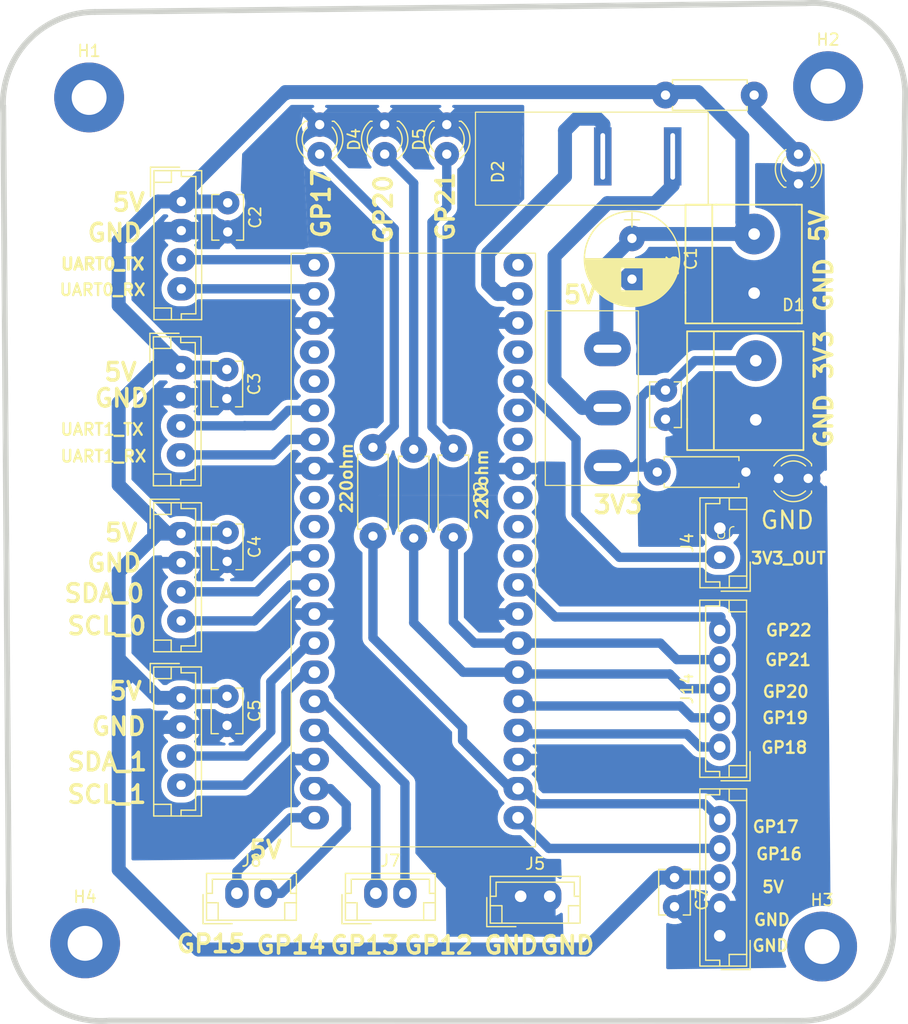
<source format=kicad_pcb>
(kicad_pcb (version 20221018) (generator pcbnew)
  (layers (0 "F.Cu" signal) (31 "B.Cu" signal) (34 "B.Paste" user) (35 "F.Paste" user) (36 "B.SilkS" user "B.Silkscreen") (37 "F.SilkS" user "F.Silkscreen") (38 "B.Mask" user) (39 "F.Mask" user) (44 "Edge.Cuts" user))
  (net 0 "")
  (net 1 "/5V")
  (net 2 "Net-(D1-A)")
  (net 3 "/D")
  (net 4 "/L")
  (net 5 "/E")
  (net 6 "/UART0_RX")
  (net 7 "/UART0_TX")
  (net 8 "/UART1_RX")
  (net 9 "/UART1_TX")
  (net 10 "/3V3_OUT")
  (net 11 "/GP22")
  (net 12 "/GP21")
  (net 13 "/GP20")
  (net 14 "/GP19")
  (net 15 "/GP18")
  (net 16 "/GP17")
  (net 17 "/GP16")
  (net 18 "/GP13")
  (net 19 "/GP12")
  (net 20 "/GP15")
  (net 21 "/GP14")
  (net 22 "/I2C0_2")
  (net 23 "/I2C1_1")
  (net 24 "/I2C1_2")
  (net 29 "/I2C0_1")
  (net 37 "/5Vin")
  (net 38 "/3V3")
  (net 39 "Net-(D3-A)")
  (net 40 "GND")
  (net 41 "/5vin")
  (footprint "MY_LIB:LED_D3.0mm" (layer "F.Cu") (at 182.95 94.15 180)
    (fp_text reference "D1" (at 1.26 14.9) (layer "F.SilkS"))
    (fp_text value "LED")
    (pad "1" thru_hole circle (at 0 0 180) (size 2.1 2.1) (drill 0.8) (layers "*.Cu" "*.Mask") (net 40 "GND"))
    (pad "2" thru_hole circle (at 2.54 0 180) (size 2.1 2.1) (drill 0.8) (layers "*.Cu" "*.Mask") (net 2 "Net-(D1-A)"))
  )
  (footprint "MY_LIB:Connector_Bornier_2" (layer "F.Cu") (at 178.446 89.114 90)
    (fp_text reference "J13" hide)
    (fp_text value "Conn_01x02_Pin" hide)
    (pad "1" thru_hole circle (at 0 0 90) (size 3.5 3.5) (drill 1) (layers "*.Cu" "*.Mask") (net 40 "GND"))
    (pad "2" thru_hole circle (at 5.08 0 90) (size 3.5 3.5) (drill 1) (layers "*.Cu" "*.Mask") (net 38 "/3V3"))
  )
  (footprint "Connector_JST:JST_EH_B5B-EH-A_1x05_P2.50mm_Vertical" (layer "F.Cu") (at 175.346 117.216 90)
    (fp_text reference "J14" (at 5 -2.8 90) (layer "F.SilkS"))
    (fp_text value "Conn_01x05_Pin" hide)
    (pad "1" thru_hole oval (at 0 0 90) (size 2.3 1.8) (drill 1) (layers "*.Cu" "*.Mask") (net 15 "/GP18"))
    (pad "2" thru_hole oval (at 2.5 0 90) (size 2.3 1.8) (drill 1) (layers "*.Cu" "*.Mask") (net 14 "/GP19"))
    (pad "3" thru_hole oval (at 5 0 90) (size 2.3 1.8) (drill 1) (layers "*.Cu" "*.Mask") (net 13 "/GP20"))
    (pad "4" thru_hole oval (at 7.5 0 90) (size 2.3 1.8) (drill 1) (layers "*.Cu" "*.Mask") (net 12 "/GP21"))
    (pad "5" thru_hole oval (at 10 0 90) (size 2.3 1.8) (drill 1) (layers "*.Cu" "*.Mask") (net 11 "/GP22"))
  )
  (footprint "MY_LIB:LED_D3.0mm" (layer "F.Cu") (at 146.558 63.754 -90)
    (fp_text reference "D5" (at 1.27 -2.96 90) (layer "F.SilkS"))
    (fp_text value "LED")
    (pad "1" thru_hole circle (at 0 0 270) (size 2.1 2.1) (drill 0.8) (layers "*.Cu" "*.Mask") (net 40 "GND"))
    (pad "2" thru_hole circle (at 2.54 0 270) (size 2.1 2.1) (drill 0.8) (layers "*.Cu" "*.Mask") (net 3 "/D"))
  )
  (footprint "MY_LIB:Resistor_small" (layer "F.Cu") (at 149.05 91.65 -90)
    (fp_text reference "R5" hide)
    (fp_text value "R" hide)
    (pad "1" thru_hole circle (at 0 0 270) (size 2.3 2.3) (drill 0.8) (layers "*.Cu" "*.Mask") (net 3 "/D"))
    (pad "2" thru_hole circle (at 7.62 0 270) (size 2.3 2.3) (drill 0.8) (layers "*.Cu" "*.Mask") (net 13 "/GP20"))
  )
  (footprint "MountingHole:MountingHole_3mm_Pad" (layer "F.Cu") (at 184.15 134.366)
    (fp_text reference "H3" (at 0 -4) (layer "F.SilkS"))
    (fp_text value "MountingHole")
    (pad "1" thru_hole circle (at 0 0) (size 6 6) (drill 3) (layers "*.Cu" "*.Mask"))
  )
  (footprint "MY_LIB:Capacitor_Disc_Small" (layer "F.Cu") (at 133.07 70.47 -90)
    (fp_text reference "C2" (at 1.25 -2.36 -90) (layer "F.SilkS"))
    (fp_text value "C")
    (pad "1" thru_hole circle (at 0 0 270) (size 2 2) (drill 0.8) (layers "*.Cu" "*.Mask") (net 1 "/5V"))
    (pad "2" thru_hole circle (at 2.5 0 270) (size 2 2) (drill 0.8) (layers "*.Cu" "*.Mask") (net 40 "GND"))
  )
  (footprint "MY_LIB:Resistor_small" (layer "F.Cu") (at 178.308 61.214 180)
    (fp_text reference "R3" hide)
    (fp_text value "R")
    (pad "1" thru_hole circle (at 0 0 180) (size 2.3 2.3) (drill 0.8) (layers "*.Cu" "*.Mask") (net 39 "Net-(D3-A)"))
    (pad "2" thru_hole circle (at 7.62 0 180) (size 2.3 2.3) (drill 0.8) (layers "*.Cu" "*.Mask") (net 1 "/5V"))
  )
  (footprint "MY_LIB:Resistor_small" (layer "F.Cu") (at 152.46 91.55 -90)
    (fp_text reference "R2" (at 3.81 -2.31 90) (layer "F.SilkS"))
    (fp_text value "R")
    (pad "1" thru_hole circle (at 0 0 270) (size 2.3 2.3) (drill 0.8) (layers "*.Cu" "*.Mask") (net 4 "/L"))
    (pad "2" thru_hole circle (at 7.62 0 270) (size 2.3 2.3) (drill 0.8) (layers "*.Cu" "*.Mask") (net 12 "/GP21"))
  )
  (footprint "MountingHole:MountingHole_3mm_Pad" (layer "F.Cu") (at 121.158 61.42)
    (fp_text reference "H1" (at 0 -4) (layer "F.SilkS"))
    (fp_text value "MountingHole")
    (pad "1" thru_hole circle (at 0 0) (size 6 6) (drill 3) (layers "*.Cu" "*.Mask"))
  )
  (footprint "Connector_JST:JST_EH_B2B-EH-A_1x02_P2.50mm_Vertical" (layer "F.Cu") (at 175.36 100.928 90)
    (fp_text reference "J4" (at 1.25 -2.8 90) (layer "F.SilkS"))
    (fp_text value "Conn_01x02_Pin" hide)
    (pad "1" thru_hole oval (at 0 0 90) (size 2 2.5) (drill oval 1) (layers "*.Cu" "*.Mask") (net 10 "/3V3_OUT"))
    (pad "2" thru_hole oval (at 2.5 0 90) (size 2 2.5) (drill 1) (layers "*.Cu" "*.Mask") (net 40 "GND"))
  )
  (footprint "MY_LIB:Capacitor_Disc_Small" (layer "F.Cu") (at 133.02 98.78 -90)
    (fp_text reference "C4" (at 1.25 -2.36 -90) (layer "F.SilkS"))
    (fp_text value "C")
    (pad "1" thru_hole circle (at 0 0 270) (size 2 2) (drill 0.8) (layers "*.Cu" "*.Mask") (net 1 "/5V"))
    (pad "2" thru_hole circle (at 2.5 0 270) (size 2 2) (drill 0.8) (layers "*.Cu" "*.Mask") (net 40 "GND"))
  )
  (footprint "MY_LIB:Resistor_small" (layer "F.Cu") (at 145.55 91.48 -90)
    (fp_text reference "R4" hide)
    (fp_text value "R")
    (pad "1" thru_hole circle (at 0 0 270) (size 2.3 2.3) (drill 0.8) (layers "*.Cu" "*.Mask") (net 5 "/E"))
    (pad "2" thru_hole circle (at 7.62 0 270) (size 2.3 2.3) (drill 0.8) (layers "*.Cu" "*.Mask") (net 16 "/GP17"))
  )
  (footprint "MountingHole:MountingHole_3mm_Pad" (layer "F.Cu") (at 184.658 60.452)
    (fp_text reference "H2" (at 0 -4) (layer "F.SilkS"))
    (fp_text value "MountingHole")
    (pad "1" thru_hole circle (at 0 0) (size 6 6) (drill 3) (layers "*.Cu" "*.Mask"))
  )
  (footprint "Connector_JST:JST_EH_B2B-EH-A_1x02_P2.50mm_Vertical" (layer "F.Cu") (at 145.796 129.794)
    (fp_text reference "J7" (at 1.25 -2.8) (layer "F.SilkS"))
    (fp_text value "Conn_01x02_Pin" hide)
    (pad "1" thru_hole oval (at 0 0) (size 2 2.5) (drill 1) (layers "*.Cu" "*.Mask") (net 18 "/GP13"))
    (pad "2" thru_hole oval (at 2.5 0) (size 2 2.5) (drill 1) (layers "*.Cu" "*.Mask") (net 19 "/GP12"))
  )
  (footprint "SWITCH:SWITCH" (layer "F.Cu") (at 175.86 98.25 180)
    (fp_text reference "J9" (at 0 -0.5 180 unlocked) (layer "F.SilkS") (effects (font (thickness 0.1))))
    (fp_text value "Conn_01x03_Pin")
    (pad "1" thru_hole oval (at 10.16 5.08 180) (size 4 3) (drill oval 2.4 0.7) (layers "*.Cu" "*.Mask") (net 38 "/3V3"))
    (pad "2" thru_hole oval (at 10.16 10.16 180) (size 4 3) (drill oval 2.4 0.7) (layers "*.Cu" "*.Mask") (net 37 "/5Vin"))
    (pad "3" thru_hole oval (at 10.16 15.24 180) (size 4 3) (drill oval 2.4 0.7) (layers "*.Cu" "*.Mask") (net 1 "/5V"))
  )
  (footprint "MY_LIB:LED_D3.0mm" (layer "F.Cu") (at 151.892 63.754 -90)
    (fp_text reference "D2" (at 4.06 -4.4 90) (layer "F.SilkS"))
    (fp_text value "LED")
    (pad "1" thru_hole circle (at 0 0 270) (size 2.1 2.1) (drill 0.8) (layers "*.Cu" "*.Mask") (net 40 "GND"))
    (pad "2" thru_hole circle (at 2.54 0 270) (size 2.1 2.1) (drill 0.8) (layers "*.Cu" "*.Mask") (net 4 "/L"))
  )
  (footprint "MY_LIB:LED_D3.0mm" (layer "F.Cu") (at 182.118 68.839 90)
    (fp_text reference "D3" hide)
    (fp_text value "LED" hide)
    (pad "1" thru_hole circle (at 0 0 90) (size 2.1 2.1) (drill 0.8) (layers "*.Cu" "*.Mask") (net 40 "GND"))
    (pad "2" thru_hole circle (at 2.54 0 90) (size 2.1 2.1) (drill 0.8) (layers "*.Cu" "*.Mask") (net 39 "Net-(D3-A)"))
  )
  (footprint "MY_LIB:Capacitor_Disc_Small" (layer "F.Cu") (at 171.464 128.444 -90)
    (fp_text reference "C7" (at 1.87 -2.35 -90) (layer "F.SilkS"))
    (fp_text value "C_Polarized_US" hide)
    (pad "1" thru_hole circle (at 0 0 270) (size 2 2) (drill 0.8) (layers "*.Cu" "*.Mask") (net 1 "/5V"))
    (pad "2" thru_hole circle (at 2.5 0 270) (size 2 2) (drill 0.8) (layers "*.Cu" "*.Mask") (net 40 "GND"))
  )
  (footprint "Connector_JST:JST_EH_B2B-EH-A_1x02_P2.50mm_Vertical" (layer "F.Cu") (at 133.858 129.794)
    (fp_text reference "J8" (at 1.25 -2.8) (layer "F.SilkS"))
    (fp_text value "Conn_01x02_Pin" hide)
    (pad "1" thru_hole oval (at 0 0) (size 2 2.5) (drill 1) (layers "*.Cu" "*.Mask") (net 20 "/GP15"))
    (pad "2" thru_hole oval (at 2.5 0) (size 2 2.5) (drill 1) (layers "*.Cu" "*.Mask") (net 21 "/GP14"))
  )
  (footprint "MY_LIB:Capacitor_Disc_Small" (layer "F.Cu") (at 170.688 89.066 90)
    (fp_text reference "C6" hide)
    (fp_text value "C_Polarized_US" hide)
    (pad "1" thru_hole circle (at 0 0 90) (size 2 2) (drill 0.8) (layers "*.Cu" "*.Mask") (net 40 "GND"))
    (pad "2" thru_hole circle (at 2.5 0 90) (size 2 2) (drill 0.8) (layers "*.Cu" "*.Mask") (net 38 "/3V3"))
  )
  (footprint "MY_LIB:jst_4" (layer "F.Cu") (at 129.06 98.89 -90)
    (fp_text reference "J11" hide)
    (fp_text value "Conn_01x04_Pin" hide)
    (pad "1" thru_hole oval (at 0 0 270) (size 2 2.4) (drill 0.8) (layers "*.Cu" "*.Mask") (net 1 "/5V"))
    (pad "2" thru_hole oval (at 2.5 0 270) (size 2 2.4) (drill 0.8) (layers "*.Cu" "*.Mask") (net 40 "GND"))
    (pad "3" thru_hole oval (at 5 0 270) (size 2 2.4) (drill 0.8) (layers "*.Cu" "*.Mask") (net 29 "/I2C0_1"))
    (pad "4" thru_hole oval (at 7.5 0 270) (size 2 2.4) (drill 0.8) (layers "*.Cu" "*.Mask") (net 22 "/I2C0_2"))
  )
  (footprint "Connector_JST:JST_EH_B5B-EH-A_1x05_P2.50mm_Vertical" (layer "F.Cu") (at 175.354 133.434 90)
    (fp_text reference "J15" hide)
    (fp_text value "Conn_01x05_Pin" hide)
    (pad "1" thru_hole oval (at 0 0 90) (size 2.3 1.8) (drill 1) (layers "*.Cu" "*.Mask") (net 40 "GND"))
    (pad "2" thru_hole oval (at 2.5 0 90) (size 2.3 1.8) (drill 1) (layers "*.Cu" "*.Mask") (net 40 "GND"))
    (pad "3" thru_hole oval (at 5 0 90) (size 2.3 1.8) (drill 1) (layers "*.Cu" "*.Mask") (net 1 "/5V"))
    (pad "4" thru_hole oval (at 7.5 0 90) (size 2.3 1.8) (drill 1) (layers "*.Cu" "*.Mask") (net 17 "/GP16"))
    (pad "5" thru_hole oval (at 10 0 90) (size 2.3 1.8) (drill 1) (layers "*.Cu" "*.Mask") (net 16 "/GP17"))
  )
  (footprint "MY_LIB:jst_4" (layer "F.Cu") (at 129.08 70.36 -90)
    (fp_text reference "J1" hide)
    (fp_text value "Conn_01x04_Pin" hide)
    (pad "1" thru_hole oval (at 0 0 270) (size 2 2.4) (drill 0.8) (layers "*.Cu" "*.Mask") (net 1 "/5V"))
    (pad "2" thru_hole oval (at 2.5 0 270) (size 2 2.4) (drill 0.8) (layers "*.Cu" "*.Mask") (net 40 "GND"))
    (pad "3" thru_hole oval (at 5 0 270) (size 2 2.4) (drill 0.8) (layers "*.Cu" "*.Mask") (net 7 "/UART0_TX"))
    (pad "4" thru_hole oval (at 7.5 0 270) (size 2 2.4) (drill 0.8) (layers "*.Cu" "*.Mask") (net 6 "/UART0_RX"))
  )
  (footprint "MY_LIB:Resistor_small" (layer "F.Cu") (at 177.6 93.6 180)
    (fp_text reference "R1" hide)
    (fp_text value "R" hide)
    (pad "1" thru_hole circle (at 0 0 180) (size 2.3 2.3) (drill 0.8) (layers "*.Cu" "*.Mask") (net 2 "Net-(D1-A)"))
    (pad "2" thru_hole circle (at 7.62 0 180) (size 2.3 2.3) (drill 0.8) (layers "*.Cu" "*.Mask") (net 38 "/3V3"))
  )
  (footprint "KD1-101F_small_switch:KD1-101F_small" (layer "F.Cu") (at 178.308 71.882 -90)
    (fp_text reference "J6" hide)
    (fp_text value "Conn_01x02_Pin")
    (pad "1" thru_hole rect (at -5.4 13.01 270) (size 5 1.5) (drill oval 4 0.4) (layers "*.Cu" "*.Mask") (net 41 "/5vin"))
    (pad "2" thru_hole rect (at -5.4 7 270) (size 5 1.5) (drill oval 4 0.4) (layers "*.Cu" "*.Mask") (net 37 "/5Vin"))
  )
  (footprint "RC_pi_pico:pi_pico" (layer "F.Cu") (at 133.02 70.8)
    (fp_text reference "U1" hide)
    (fp_text value "~")
    (pad "1" thru_hole oval (at 7.5 5) (size 2.5 2) (drill oval 1) (layers "*.Cu" "*.Mask") (net 7 "/UART0_TX"))
    (pad "2" thru_hole oval (at 7.5 7.5) (size 2.5 2) (drill oval 1) (layers "*.Cu" "*.Mask") (net 6 "/UART0_RX"))
    (pad "3" thru_hole oval (at 7.5 10) (size 2.5 2) (drill oval 1) (layers "*.Cu" "*.Mask") (net 40 "GND"))
    (pad "4" thru_hole oval (at 7.5 12.5) (size 2.5 2) (drill oval 1) (layers "*.Cu" "*.Mask"))
    (pad "5" thru_hole oval (at 7.5 15) (size 2.5 2) (drill oval 1) (layers "*.Cu" "*.Mask"))
    (pad "6" thru_hole oval (at 7.5 17.5) (size 2.5 2) (drill oval 1) (layers "*.Cu" "*.Mask") (net 9 "/UART1_TX"))
    (pad "7" thru_hole oval (at 7.5 20) (size 2.5 2) (drill oval 1) (layers "*.Cu" "*.Mask") (net 8 "/UART1_RX"))
    (pad "8" thru_hole oval (at 7.5 22.5) (size 2.5 2) (drill oval 1) (layers "*.Cu" "*.Mask") (net 40 "GND"))
    (pad "9" thru_hole oval (at 7.5 25) (size 2.5 2) (drill oval 1) (layers "*.Cu" "*.Mask"))
    (pad "10" thru_hole oval (at 7.5 27.5) (size 2.5 2) (drill oval 1) (layers "*.Cu" "*.Mask"))
    (pad "11" thru_hole oval (at 7.5 30) (size 2.5 2) (drill oval 1) (layers "*.Cu" "*.Mask") (net 29 "/I2C0_1"))
    (pad "12" thru_hole oval (at 7.5 32.5) (size 2.5 2) (drill oval 1) (layers "*.Cu" "*.Mask") (net 22 "/I2C0_2"))
    (pad "13" thru_hole oval (at 7.5 35) (size 2.5 2) (drill oval 1) (layers "*.Cu" "*.Mask") (net 40 "GND"))
    (pad "14" thru_hole oval (at 7.5 37.5) (size 2.5 2) (drill oval 1) (layers "*.Cu" "*.Mask") (net 23 "/I2C1_1"))
    (pad "15" thru_hole oval (at 7.5 40) (size 2.5 2) (drill oval 1) (layers "*.Cu" "*.Mask") (net 24 "/I2C1_2"))
    (pad "16" thru_hole oval (at 7.5 42.5) (size 2.5 2) (drill oval 1) (layers "*.Cu" "*.Mask") (net 19 "/GP12"))
    (pad "17" thru_hole oval (at 7.5 45) (size 2.5 2) (drill oval 1) (layers "*.Cu" "*.Mask") (net 18 "/GP13"))
    (pad "18" thru_hole oval (at 7.5 47.5) (size 2.5 2) (drill oval 1) (layers "*.Cu" "*.Mask") (net 40 "GND"))
    (pad "19" thru_hole oval (at 7.5 50) (size 2.5 2) (drill oval 1) (layers "*.Cu" "*.Mask") (net 21 "/GP14"))
    (pad "20" thru_hole oval (at 7.5 52.5) (size 2.5 2) (drill oval 1) (layers "*.Cu" "*.Mask") (net 20 "/GP15"))
    (pad "21" thru_hole oval (at 25 52.5) (size 2.5 2) (drill oval 1) (layers "*.Cu" "*.Mask") (net 17 "/GP16"))
    (pad "22" thru_hole oval (at 25 50) (size 2.5 2) (drill oval 1) (layers "*.Cu" "*.Mask") (net 16 "/GP17"))
    (pad "23" thru_hole oval (at 25 47.5) (size 2.5 2) (drill oval 1) (layers "*.Cu" "*.Mask") (net 40 "GND"))
    (pad "24" thru_hole oval (at 25 45) (size 2.5 2) (drill oval 1) (layers "*.Cu" "*.Mask") (net 15 "/GP18"))
    (pad "25" thru_hole oval (at 25 42.5) (size 2.5 2) (drill oval 1) (layers "*.Cu" "*.Mask") (net 14 "/GP19"))
    (pad "26" thru_hole oval (at 25 40) (size 2.5 2) (drill oval 1) (layers "*.Cu" "*.Mask") (net 13 "/GP20"))
    (pad "27" thru_hole oval (at 25 37.5) (size 2.5 2) (drill oval 1) (layers "*.Cu" "*.Mask") (net 12 "/GP21"))
    (pad "28" thru_hole oval (at 25 35) (size 2.5 2) (drill oval 1) (layers "*.Cu" "*.Mask") (net 40 "GND"))
    (pad "29" thru_hole oval (at 25 32.5) (size 2.5 2) (drill oval 1) (layers "*.Cu" "*.Mask") (net 11 "/GP22"))
    (pad "30" thru_hole oval (at 25 30) (size 2.5 2) (drill oval 1) (layers "*.Cu" "*.Mask"))
    (pad "31" thru_hole oval (at 25 27.5) (size 2.5 2) (drill oval 1) (layers "*.Cu" "*.Mask"))
    (pad "32" thru_hole oval (at 25 25) (size 2.5 2) (drill oval 1) (layers "*.Cu" "*.Mask"))
    (pad "33" thru_hole oval (at 25 22.5) (size 2.5 2) (drill oval 1) (layers "*.Cu" "*.Mask") (net 40 "GND"))
    (pad "34" thru_hole oval (at 25 20) (size 2.5 2) (drill oval 1) (layers "*.Cu" "*.Mask"))
    (pad "35" thru_hole oval (at 25 17.5) (size 2.5 2) (drill oval 1) (layers "*.Cu" "*.Mask"))
    (pad "36" thru_hole oval (at 25 15) (size 2.5 2) (drill oval 1) (layers "*.Cu" "*.Mask") (net 10 "/3V3_OUT"))
    (pad "37" thru_hole oval (at 25 12.5) (size 2.5 2) (drill oval 1) (layers "*.Cu" "*.Mask"))
    (pad "38" thru_hole oval (at 25 10) (size 2.5 2) (drill oval 1) (layers "*.Cu" "*.Mask") (net 40 "GND"))
    (pad "39" thru_hole oval (at 25 7.5) (size 2.5 2) (drill oval 1) (layers "*.Cu" "*.Mask") (net 41 "/5vin"))
    (pad "40" thru_hole oval (at 25 5) (size 2.5 2) (drill oval 1) (layers "*.Cu" "*.Mask"))
  )
  (footprint "MY_LIB:jst_4" (layer "F.Cu") (at 129.06 113 -90)
    (fp_text reference "J12" hide)
    (fp_text value "Conn_01x04_Pin" hide)
    (pad "1" thru_hole oval (at 0 0 270) (size 2 2.4) (drill 0.8) (layers "*.Cu" "*.Mask") (net 1 "/5V"))
    (pad "2" thru_hole oval (at 2.5 0 270) (size 2 2.4) (drill 0.8) (layers "*.Cu" "*.Mask") (net 40 "GND"))
    (pad "3" thru_hole oval (at 5 0 270) (size 2 2.4) (drill 0.8) (layers "*.Cu" "*.Mask") (net 23 "/I2C1_1"))
    (pad "4" thru_hole oval (at 7.5 0 270) (size 2 2.4) (drill 0.8) (layers "*.Cu" "*.Mask") (net 24 "/I2C1_2"))
  )
  (footprint "MY_LIB:jst_4" (layer "F.Cu") (at 129.03 84.63 -90)
    (fp_text reference "J2" hide)
    (fp_text value "Conn_01x04_Pin" hide)
    (pad "1" thru_hole oval (at 0 0 270) (size 2 2.4) (drill 0.8) (layers "*.Cu" "*.Mask") (net 1 "/5V"))
    (pad "2" thru_hole oval (at 2.5 0 270) (size 2 2.4) (drill 0.8) (layers "*.Cu" "*.Mask") (net 40 "GND"))
    (pad "3" thru_hole oval (at 5 0 270) (size 2 2.4) (drill 0.8) (layers "*.Cu" "*.Mask") (net 9 "/UART1_TX"))
    (pad "4" thru_hole oval (at 7.5 0 270) (size 2 2.4) (drill 0.8) (layers "*.Cu" "*.Mask") (net 8 "/UART1_RX"))
  )
  (footprint "MY_LIB:Capacitor_100uF" (layer "F.Cu") (at 167.808 73.532 -90)
    (fp_text reference "C1" (at 1.75 -5.06 -90) (layer "F.SilkS"))
    (fp_text value "C_Polarized_US" hide)
    (pad "1" thru_hole circle (at 0 0 270) (size 2.2 2.2) (drill 0.8) (layers "*.Cu" "*.Mask") (net 1 "/5V"))
    (pad "2" thru_hole circle (at 3.5 0 270) (size 2.2 2.2) (drill 0.8) (layers "*.Cu" "*.Mask") (net 40 "GND"))
  )
  (footprint "Connector_JST:JST_EH_B2B-EH-A_1x02_P2.50mm_Vertical" (layer "F.Cu") (at 158.242 130.048)
    (fp_text reference "J5" (at 1.25 -2.8) (layer "F.SilkS"))
    (fp_text value "Conn_01x02_Pin" hide)
    (pad "1" thru_hole oval (at 0 0) (size 2 2.5) (drill 1) (layers "*.Cu" "*.Mask") (net 40 "GND"))
    (pad "2" thru_hole oval (at 2.5 0) (size 2 2.5) (drill 1) (layers "*.Cu" "*.Mask") (net 40 "GND"))
  )
  (footprint "MY_LIB:Capacitor_Disc_Small" (layer "F.Cu") (at 133.01 112.87 -90)
    (fp_text reference "C5" (at 1.25 -2.36 -90) (layer "F.SilkS"))
    (fp_text value "C")
    (pad "1" thru_hole circle (at 0 0 270) (size 2 2) (drill 0.8) (layers "*.Cu" "*.Mask") (net 1 "/5V"))
    (pad "2" thru_hole circle (at 2.5 0 270) (size 2 2) (drill 0.8) (layers "*.Cu" "*.Mask") (net 40 "GND"))
  )
  (footprint "MY_LIB:LED_D3.0mm" (layer "F.Cu") (at 140.97 63.754 -90)
    (fp_text reference "D4" (at 1.27 -2.96 90) (layer "F.SilkS"))
    (fp_text value "LED")
    (pad "1" thru_hole circle (at 0 0 270) (size 2.1 2.1) (drill 0.8) (layers "*.Cu" "*.Mask") (net 40 "GND"))
    (pad "2" thru_hole circle (at 2.54 0 270) (size 2.1 2.1) (drill 0.8) (layers "*.Cu" "*.Mask") (net 5 "/E"))
  )
  (footprint "MY_LIB:Connector_Bornier_2" (layer "F.Cu") (at 178.308 78.232 90)
    (fp_text reference "J3" (at 2.4 -7 90) (layer "F.SilkS"))
    (fp_text value "Conn_01x02_Pin" hide)
    (pad "1" thru_hole circle (at 0 0 90) (size 3.5 3.5) (drill 1) (layers "*.Cu" "*.Mask") (net 40 "GND"))
    (pad "2" thru_hole circle (at 5.08 0 90) (size 3.5 3.5) (drill 1) (layers "*.Cu" "*.Mask") (net 1 "/5V"))
  )
  (footprint "MY_LIB:Capacitor_Disc_Small" (layer "F.Cu") (at 132.99 84.79 -90)
    (fp_text reference "C3" (at 1.25 -2.36 -90) (layer "F.SilkS"))
    (fp_text value "C")
    (pad "1" thru_hole circle (at 0 0 270) (size 2 2) (drill 0.8) (layers "*.Cu" "*.Mask") (net 1 "/5V"))
    (pad "2" thru_hole circle (at 2.5 0 270) (size 2 2) (drill 0.8) (layers "*.Cu" "*.Mask") (net 40 "GND"))
  )
  (footprint "MountingHole:MountingHole_3mm_Pad" (layer "F.Cu") (at 120.81 134.09)
    (fp_text reference "H4" (at 0 -4) (layer "F.SilkS"))
    (fp_text value "MountingHole")
    (pad "1" thru_hole circle (at 0 0) (size 6 6) (drill 3) (layers "*.Cu" "*.Mask"))
  )
  (gr_arc (start 190.258015 132.145189) (mid 188.214 138.176) (end 182.385896 140.74152) (stroke (width 0.5)) (layer "Edge.Cuts"))
  (gr_line (start 113.779985 62.164811) (end 114.27448 132.855896) (stroke (width 0.5)) (layer "Edge.Cuts"))
  (gr_line (start 191.28752 60.692104) (end 190.258015 132.145189) (stroke (width 0.5)) (layer "Edge.Cuts"))
  (gr_line (start 121.652104 54.07648) (end 182.691189 53.327985) (stroke (width 0.5)) (layer "Edge.Cuts"))
  (gr_line (start 122.870811 140.728015) (end 182.385896 140.74152) (stroke (width 0.5)) (layer "Edge.Cuts"))
  (gr_arc (start 113.779985 62.672811) (mid 115.824 56.642) (end 121.652104 54.07648) (stroke (width 0.5)) (layer "Edge.Cuts"))
  (gr_arc (start 182.691189 53.327985) (mid 188.722 55.372) (end 191.28752 61.200104) (stroke (width 0.5)) (layer "Edge.Cuts"))
  (gr_arc (start 122.870811 140.728015) (mid 116.84 138.684) (end 114.27448 132.855896) (stroke (width 0.5)) (layer "Edge.Cuts"))
  (gr_text "GP20" (at 147.32 74.168 90) (layer "F.SilkS") (effects (font (size 1.5 1.5) (thickness 0.3) bold) (justify left bottom)))
  (gr_text "SDA_0" (at 118.872 104.902) (layer "F.SilkS") (effects (font (size 1.5 1.5) (thickness 0.3) bold) (justify left bottom)))
  (gr_text "5V" (at 178.894 129.834) (layer "F.SilkS") (effects (font (size 1 1) (thickness 0.2) bold) (justify left bottom)))
  (gr_text "GP22\n" (at 179.196 107.776) (layer "F.SilkS") (effects (font (size 1 1) (thickness 0.2) bold) (justify left bottom)))
  (gr_text "5V" (at 134.76 126.93) (layer "F.SilkS") (effects (font (size 1.5 1.5) (thickness 0.3) bold) (justify left bottom)))
  (gr_text "5V\n" (at 184.766 74.01 90) (layer "F.SilkS") (effects (font (size 1.5 1.5) (thickness 0.3) bold) (justify left bottom)))
  (gr_text "GND" (at 185.166 91.694 90) (layer "F.SilkS") (effects (font (size 1.5 1.5) (thickness 0.3) bold) (justify left bottom)))
  (gr_text "GP20\n" (at 178.936 113.056) (layer "F.SilkS") (effects (font (size 1 1) (thickness 0.2) bold) (justify left bottom)))
  (gr_text "UART0_RX\n" (at 118.51 78.53) (layer "F.SilkS") (effects (font (size 1 1) (thickness 0.2) bold) (justify left bottom)))
  (gr_text "GND" (at 154.94 135.128) (layer "F.SilkS") (effects (font (size 1.5 1.5) (thickness 0.3) bold) (justify left bottom)))
  (gr_text "220ohm" (at 143.87 97.27 90) (layer "F.SilkS") (effects (font (size 1 1) (thickness 0.2) bold) (justify left bottom)))
  (gr_text "GND\n" (at 121.48 88.13) (layer "F.SilkS") (effects (font (size 1.5 1.5) (thickness 0.3) bold) (justify left bottom)))
  (gr_text "5V\n" (at 123 71.31) (layer "F.SilkS") (effects (font (size 1.5 1.5) (thickness 0.3) bold) (justify left bottom)))
  (gr_text "5V" (at 161.798 79.248) (layer "F.SilkS") (effects (font (size 1.5 1.5) (thickness 0.3) bold) (justify left bottom)))
  (gr_text "GND" (at 159.766 135.128) (layer "F.SilkS") (effects (font (size 1.5 1.5) (thickness 0.3) bold) (justify left bottom)))
  (gr_text "UART0_TX\n" (at 118.61 76.32) (layer "F.SilkS") (effects (font (size 1 1) (thickness 0.25) bold) (justify left bottom)))
  (gr_text "SCL_0\n" (at 119.126 107.696) (layer "F.SilkS") (effects (font (size 1.5 1.5) (thickness 0.3) bold) (justify left bottom)))
  (gr_text "GND\n" (at 120.87 73.93) (layer "F.SilkS") (effects (font (size 1.5 1.5) (thickness 0.3) bold) (justify left bottom)))
  (gr_text "GP16\n" (at 178.364 127.004) (layer "F.SilkS") (effects (font (size 1 1) (thickness 0.2) bold) (justify left bottom)))
  (gr_text "GP13\n\n\n" (at 141.732 139.954) (layer "F.SilkS") (effects (font (size 1.5 1.5) (thickness 0.3) bold) (justify left bottom)))
  (gr_text "GND" (at 178.74 98.608) (layer "F.SilkS") (effects (font (size 1.5 1.5) (thickness 0.2) bold) (justify left bottom)))
  (gr_text "GND" (at 178.054 134.874) (layer "F.SilkS") (effects (font (size 1 1) (thickness 0.2) bold) (justify left bottom)))
  (gr_text "GP21\n" (at 152.654 73.914 90) (layer "F.SilkS") (effects (font (size 1.5 1.5) (thickness 0.3) bold) (justify left bottom)))
  (gr_text "GND\n" (at 121.22 116.34) (layer "F.SilkS") (effects (font (size 1.5 1.5) (thickness 0.3) bold) (justify left bottom)))
  (gr_text "GP15\n\n" (at 128.524 137.414) (layer "F.SilkS") (effects (font (size 1.5 1.5) (thickness 0.3) bold) (justify left bottom)))
  (gr_text "GND" (at 178.174 132.654) (layer "F.SilkS") (effects (font (size 1 1) (thickness 0.2) bold) (justify left bottom)))
  (gr_text "UART1_RX\n" (at 118.59 92.83) (layer "F.SilkS") (effects (font (size 1 1) (thickness 0.2) bold) (justify left bottom)))
  (gr_text "5V\n" (at 122.3 85.89) (layer "F.SilkS") (effects (font (size 1.5 1.5) (thickness 0.3) bold) (justify left bottom)))
  (gr_text "GND" (at 185.166 80.01 90) (layer "F.SilkS") (effects (font (size 1.5 1.5) (thickness 0.3) bold) (justify left bottom)))
  (gr_text "UART1_TX\n" (at 118.59 90.53) (layer "F.SilkS") (effects (font (size 1 1) (thickness 0.2) bold) (justify left bottom)))
  (gr_text "GP19\n" (at 178.886 115.306) (layer "F.SilkS") (effects (font (size 1 1) (thickness 0.2) bold) (justify left bottom)))
  (gr_text "3V3_OUT" (at 177.93 101.588) (layer "F.SilkS") (effects (font (size 1 1) (thickness 0.2) bold) (justify left bottom)))
  (gr_text "GP14\n\n\n" (at 135.382 139.954) (layer "F.SilkS") (effects (font (size 1.5 1.5) (thickness 0.3) bold) (justify left bottom)))
  (gr_text "GND\n" (at 120.84 102.29) (layer "F.SilkS") (effects (font (size 1.5 1.5) (thickness 0.3) bold) (justify left bottom)))
  (gr_text "GP12\n" (at 148.082 135.128) (layer "F.SilkS") (effects (font (size 1.5 1.5) (thickness 0.3) bold) (justify left bottom)))
  (gr_text "GP18\n" (at 178.816 117.856) (layer "F.SilkS") (effects (font (size 1 1) (thickness 0.2) bold) (justify left bottom)))
  (gr_text "3V3\n" (at 185.166 85.784 90) (layer "F.SilkS") (effects (font (size 1.5 1.5) (thickness 0.3) bold) (justify left bottom)))
  (gr_text "GP17" (at 178.074 124.664) (layer "F.SilkS") (effects (font (size 1 1) (thickness 0.2) bold) (justify left bottom)))
  (gr_text "5V\n" (at 122.74 113.3) (layer "F.SilkS") (effects (font (size 1.5 1.5) (thickness 0.3) bold) (justify left bottom)))
  (gr_text "SCL_1" (at 119.126 122.174) (layer "F.SilkS") (effects (font (size 1.5 1.5) (thickness 0.3) bold) (justify left bottom)))
  (gr_text "SDA_1\n" (at 119.126 119.38) (layer "F.SilkS") (effects (font (size 1.5 1.5) (thickness 0.3) bold) (justify left bottom)))
  (gr_text "3V3" (at 164.338 97.282) (layer "F.SilkS") (effects (font (size 1.5 1.5) (thickness 0.3) bold) (justify left bottom)))
  (gr_text "GP21\n\n" (at 179.136 111.936) (layer "F.SilkS") (effects (font (size 1 1) (thickness 0.2) bold) (justify left bottom)))
  (gr_text "GP17" (at 141.986 73.66 90) (layer "F.SilkS") (effects (font (size 1.5 1.5) (thickness 0.3) bold) (justify left bottom)))
  (gr_text "5V\n" (at 122.36 99.7) (layer "F.SilkS") (effects (font (size 1.5 1.5) (thickness 0.3) bold) (justify left bottom)))
  (gr_text "220ohm" (at 155.5 97.81 90) (layer "F.SilkS") (effects (font (size 1 1) (thickness 0.2) bold) (justify left bottom)))
  (segment (start 124.206 111.506) (end 124.886 110.826) (width 1.2) (layer "B.Cu") (net 1))
  (segment (start 127.38 113) (end 127.06 113) (width 0.8) (layer "B.Cu") (net 1))
  (segment (start 123.698 94.718) (end 126.545 97.565) (width 1.2) (layer "B.Cu") (net 1))
  (segment (start 130.556 134.62) (end 163.873787 134.62) (width 1.2) (layer "B.Cu") (net 1))
  (segment (start 130.16 69.78) (end 130 69.78) (width 0.8) (layer "B.Cu") (net 1))
  (segment (start 127.8 83.4) (end 129.03 84.63) (width 1.2) (layer "B.Cu") (net 1))
  (segment (start 123.698 127.762) (end 130.556 134.62) (width 1.2) (layer "B.Cu") (net 1))
  (segment (start 132.96 70.36) (end 133.07 70.47) (width 1.2) (layer "B.Cu") (net 1))
  (segment (start 126.74 84.63) (end 123.698 87.672) (width 1.2) (layer "B.Cu") (net 1))
  (segment (start 123.698 109.638) (end 124.886 110.826) (width 1.2) (layer "B.Cu") (net 1))
  (segment (start 129.06 98.89) (end 127.06 98.89) (width 1.2) (layer "B.Cu") (net 1))
  (segment (start 123.698 87.672) (end 123.698 94.718) (width 1.2) (layer "B.Cu") (net 1))
  (segment (start 165.608 75.732) (end 165.608 81.428) (width 1.2) (layer "B.Cu") (net 1))
  (segment (start 123.698 111.506) (end 124.206 111.506) (width 1.2) (layer "B.Cu") (net 1))
  (segment (start 171.474 128.434) (end 171.464 128.444) (width 1.2) (layer "B.Cu") (net 1))
  (segment (start 126.545 97.565) (end 126.545 99.405) (width 0.8) (layer "B.Cu") (net 1))
  (segment (start 123.698 102.172) (end 123.698 109.638) (width 1.2) (layer "B.Cu") (net 1))
  (segment (start 126.395 99.475) (end 123.698 102.172) (width 1.2) (layer "B.Cu") (net 1))
  (segment (start 133.01 112.87) (end 129.53 112.87) (width 0.8) (layer "B.Cu") (net 1))
  (segment (start 132.83 84.63) (end 132.99 84.79) (width 1.2) (layer "B.Cu") (net 1))
  (segment (start 130.41 70.36) (end 129.98 69.93) (width 0.8) (layer "B.Cu") (net 1))
  (segment (start 123.698 73.742) (end 123.698 79.298) (width 1.2) (layer "B.Cu") (net 1))
  (segment (start 168.188 73.152) (end 167.808 73.532) (width 1.2) (layer "B.Cu") (net 1))
  (segment (start 126.925 82.525) (end 127.8 83.4) (width 1.2) (layer "B.Cu") (net 1))
  (segment (start 129.03 84.63) (end 126.74 84.63) (width 1.2) (layer "B.Cu") (net 1))
  (segment (start 127.06 98.89) (end 126.475 99.475) (width 1.2) (layer "B.Cu") (net 1))
  (segment (start 127.08 70.36) (end 123.698 73.742) (width 1.2) (layer "B.Cu") (net 1))
  (segment (start 177.292 72.136) (end 178.308 73.152) (width 1.2) (layer "B.Cu") (net 1))
  (segment (start 126.545 99.405) (end 126.475 99.475) (width 0.8) (layer "B.Cu") (net 1))
  (segment (start 126.475 99.475) (end 126.395 99.475) (width 1.2) (layer "B.Cu") (net 1))
  (segment (start 126.545 97.565) (end 127.87 98.89) (width 1.2) (layer "B.Cu") (net 1))
  (segment (start 130 69.78) (end 129.85 69.93) (width 0.8) (layer "B.Cu") (net 1))
  (segment (start 178.308 73.152) (end 168.188 73.152) (width 1.2) (layer "B.Cu") (net 1))
  (segment (start 127.87 98.89) (end 129.06 98.89) (width 1.2) (layer "B.Cu") (net 1))
  (segment (start 129.08 69.92) (end 137.092 61.908) (width 1.2) (layer "B.Cu") (net 1))
  (segment (start 170.049787 128.444) (end 171.464 128.444) (width 1.2) (layer "B.Cu") (net 1))
  (segment (start 126.925 82.525) (end 127.145 82.745) (width 0.8) (layer "B.Cu") (net 1))
  (segment (start 126.74 84.63) (end 126.74 84.46) (width 0.8) (layer "B.Cu") (net 1))
  (segment (start 177.292 64.77) (end 177.292 72.136) (width 1.2) (layer "B.Cu") (net 1))
  (segment (start 129.98 69.93) (end 129.85 69.93) (width 0.8) (layer "B.Cu") (net 1))
  (segment (start 132.91 98.89) (end 133.02 98.78) (width 1.2) (layer "B.Cu") (net 1))
  (segment (start 130.41 70.36) (end 132.96 70.36) (width 1.2) (layer "B.Cu") (net 1))
  (segment (start 129.19 112.87) (end 129.06 113) (width 1.2) (layer "B.Cu") (net 1))
  (segment (start 129.06 98.89) (end 132.91 98.89) (width 1.2) (layer "B.Cu") (net 1))
  (segment (start 124.886 110.826) (end 127.06 113) (width 1.2) (layer "B.Cu") (net 1))
  (segment (start 138.04 60.96) (end 138.04 61.078) (width 1.2) (layer "B.Cu") (net 1))
  (segment (start 173.482 60.96) (end 177.292 64.77) (width 1.2) (layer "B.Cu") (net 1))
  (segment (start 123.698 109.638) (end 123.698 111.506) (width 1.2) (layer "B.Cu") (net 1))
  (segment (start 126.74 84.46) (end 127.145 84.055) (width 0.8) (layer "B.Cu") (net 1))
  (segment (start 163.873787 134.62) (end 170.049787 128.444) (width 1.2) (layer "B.Cu") (net 1))
  (segment (start 129.06 113) (end 127.06 113) (width 1.2) (layer "B.Cu") (net 1))
  (segment (start 129.08 70.36) (end 129.08 69.92) (width 1.2) (layer "B.Cu") (net 1))
  (segment (start 127.145 82.745) (end 127.145 84.055) (width 0.8) (layer "B.Cu") (net 1))
  (segment (start 167.808 73.532) (end 165.608 75.732) (width 1.2) (layer "B.Cu") (net 1))
  (segment (start 123.698 79.298) (end 126.925 82.525) (width 1.2) (layer "B.Cu") (net 1))
  (segment (start 175.354 128.434) (end 171.474 128.434) (width 1.2) (layer "B.Cu") (net 1))
  (segment (start 129.08 70.36) (end 127.08 70.36) (width 1.2) (layer "B.Cu") (net 1))
  (segment (start 129.08 70.36) (end 130.41 70.36) (width 1.2) (layer "B.Cu") (net 1))
  (segment (start 127.145 84.055) (end 127.8 83.4) (width 0.8) (layer "B.Cu") (net 1))
  (segment (start 133.01 112.87) (end 129.19 112.87) (width 1.2) (layer "B.Cu") (net 1))
  (segment (start 137.092 61.908) (end 138.04 60.96) (width 1.2) (layer "B.Cu") (net 1))
  (segment (start 137.092 61.908) (end 137.151 61.849) (width 1.2) (layer "B.Cu") (net 1))
  (segment (start 129.03 84.63) (end 132.83 84.63) (width 1.2) (layer "B.Cu") (net 1))
  (segment (start 138.04 60.96) (end 173.482 60.96) (width 1.2) (layer "B.Cu") (net 1))
  (segment (start 123.698 111.506) (end 123.698 127.762) (width 1.2) (layer "B.Cu") (net 1))
  (segment (start 177.6 93.6) (end 179.86 93.6) (width 0.8) (layer "B.Cu") (net 2))
  (segment (start 179.86 93.6) (end 180.41 94.15) (width 0.8) (layer "B.Cu") (net 2))
  (segment (start 149.05 91.65) (end 148.89 91.49) (width 0.8) (layer "B.Cu") (net 3))
  (segment (start 149.05 68.786) (end 146.558 66.294) (width 0.8) (layer "B.Cu") (net 3))
  (segment (start 149.05 91.65) (end 149.05 68.786) (width 0.8) (layer "B.Cu") (net 3))
  (segment (start 150.62 89.71) (end 150.62 72.13) (width 0.8) (layer "B.Cu") (net 4))
  (segment (start 152.46 91.55) (end 150.62 89.71) (width 0.8) (layer "B.Cu") (net 4))
  (segment (start 151.892 70.858) (end 151.892 66.294) (width 0.8) (layer "B.Cu") (net 4))
  (segment (start 150.62 72.13) (end 151.892 70.858) (width 0.8) (layer "B.Cu") (net 4))
  (segment (start 145.55 91.48) (end 147.38 89.65) (width 0.8) (layer "B.Cu") (net 5))
  (segment (start 147.38 72.704) (end 140.97 66.294) (width 0.8) (layer "B.Cu") (net 5))
  (segment (start 145.55 91.48) (end 145.5 91.43) (width 0.8) (layer "B.Cu") (net 5))
  (segment (start 147.38 89.65) (end 147.38 72.704) (width 0.8) (layer "B.Cu") (net 5))
  (segment (start 140.08 77.86) (end 140.52 78.3) (width 0.8) (layer "B.Cu") (net 6))
  (segment (start 129.08 77.86) (end 140.08 77.86) (width 0.8) (layer "B.Cu") (net 6))
  (segment (start 140.08 75.36) (end 140.52 75.8) (width 0.8) (layer "B.Cu") (net 7))
  (segment (start 129.08 75.36) (end 140.08 75.36) (width 0.8) (layer "B.Cu") (net 7))
  (segment (start 138.26 90.8) (end 140.52 90.8) (width 0.8) (layer "B.Cu") (net 8))
  (segment (start 129.03 92.13) (end 136.93 92.13) (width 0.8) (layer "B.Cu") (net 8))
  (segment (start 136.93 92.13) (end 138.26 90.8) (width 0.8) (layer "B.Cu") (net 8))
  (segment (start 134.52 89.63) (end 134.53 89.62) (width 0.8) (layer "B.Cu") (net 9))
  (segment (start 129.03 89.63) (end 134.52 89.63) (width 0.8) (layer "B.Cu") (net 9))
  (segment (start 136.95 89.62) (end 138.27 88.3) (width 0.8) (layer "B.Cu") (net 9))
  (segment (start 134.53 89.62) (end 136.95 89.62) (width 0.8) (layer "B.Cu") (net 9))
  (segment (start 138.27 88.3) (end 140.52 88.3) (width 0.8) (layer "B.Cu") (net 9))
  (segment (start 163 90.78) (end 163 97.2) (width 0.8) (layer "B.Cu") (net 10))
  (segment (start 163 97.2) (end 166.728 100.928) (width 0.8) (layer "B.Cu") (net 10))
  (segment (start 158.02 85.8) (end 163 90.78) (width 0.8) (layer "B.Cu") (net 10))
  (segment (start 166.728 100.928) (end 175.36 100.928) (width 0.8) (layer "B.Cu") (net 10))
  (segment (start 158.457006 103.3) (end 158.02 103.3) (width 0.8) (layer "B.Cu") (net 11))
  (segment (start 175.346 107.216) (end 175.45 107.112) (width 0.8) (layer "B.Cu") (net 11))
  (segment (start 175.45 107.112) (end 175.45 106.05) (width 0.8) (layer "B.Cu") (net 11))
  (segment (start 175.45 106.05) (end 161.207006 106.05) (width 0.8) (layer "B.Cu") (net 11))
  (segment (start 161.207006 106.05) (end 158.457006 103.3) (width 0.8) (layer "B.Cu") (net 11))
  (segment (start 171.661434 109.716) (end 170.245434 108.3) (width 0.8) (layer "B.Cu") (net 12))
  (segment (start 152.46 106.49) (end 154.27 108.3) (width 0.8) (layer "B.Cu") (net 12))
  (segment (start 175.346 109.716) (end 171.661434 109.716) (width 0.8) (layer "B.Cu") (net 12))
  (segment (start 152.46 99.17) (end 152.46 106.49) (width 0.8) (layer "B.Cu") (net 12))
  (segment (start 154.27 108.3) (end 158.02 108.3) (width 0.8) (layer "B.Cu") (net 12))
  (segment (start 170.245434 108.3) (end 158.02 108.3) (width 0.8) (layer "B.Cu") (net 12))
  (segment (start 158.17 110.95) (end 158.02 110.8) (width 0.8) (layer "B.Cu") (net 13))
  (segment (start 171.056956 110.95) (end 158.17 110.95) (width 0.8) (layer "B.Cu") (net 13))
  (segment (start 158.02 110.8) (end 153.3 110.8) (width 0.8) (layer "B.Cu") (net 13))
  (segment (start 153.3 110.8) (end 149.05 106.55) (width 0.8) (layer "B.Cu") (net 13))
  (segment (start 175.346 112.216) (end 172.322956 112.216) (width 0.8) (layer "B.Cu") (net 13))
  (segment (start 149.05 106.55) (end 149.05 99.27) (width 0.8) (layer "B.Cu") (net 13))
  (segment (start 172.322956 112.216) (end 171.056956 110.95) (width 0.8) (layer "B.Cu") (net 13))
  (segment (start 172.984478 114.716) (end 171.968478 113.7) (width 0.8) (layer "B.Cu") (net 14))
  (segment (start 158.42 113.7) (end 158.02 113.3) (width 0.8) (layer "B.Cu") (net 14))
  (segment (start 175.346 114.716) (end 172.984478 114.716) (width 0.8) (layer "B.Cu") (net 14))
  (segment (start 171.968478 113.7) (end 158.42 113.7) (width 0.8) (layer "B.Cu") (net 14))
  (segment (start 158.32 116.1) (end 158.02 115.8) (width 0.8) (layer "B.Cu") (net 15))
  (segment (start 175.346 117.216) (end 173.646 117.216) (width 0.8) (layer "B.Cu") (net 15))
  (segment (start 173.646 117.216) (end 172.53 116.1) (width 0.8) (layer "B.Cu") (net 15))
  (segment (start 172.53 116.1) (end 158.32 116.1) (width 0.8) (layer "B.Cu") (net 15))
  (segment (start 153.25 115.54) (end 145.55 107.84) (width 0.8) (layer "B.Cu") (net 16))
  (segment (start 174.02 122.1) (end 159.757006 122.1) (width 0.8) (layer "B.Cu") (net 16))
  (segment (start 157.38 120.8) (end 153.25 116.67) (width 0.8) (layer "B.Cu") (net 16))
  (segment (start 158.457006 120.8) (end 158.02 120.8) (width 0.8) (layer "B.Cu") (net 16))
  (segment (start 158.02 120.8) (end 157.38 120.8) (width 0.8) (layer "B.Cu") (net 16))
  (segment (start 159.757006 122.1) (end 158.457006 120.8) (width 0.8) (layer "B.Cu") (net 16))
  (segment (start 175.354 123.434) (end 174.02 122.1) (width 0.8) (layer "B.Cu") (net 16))
  (segment (start 145.55 107.84) (end 145.55 99.1) (width 0.8) (layer "B.Cu") (net 16))
  (segment (start 158.02 120.8) (end 158.29 120.53) (width 0.8) (layer "B.Cu") (net 16))
  (segment (start 153.25 116.67) (end 153.25 115.54) (width 0.8) (layer "B.Cu") (net 16))
  (segment (start 175.354 125.934) (end 160.654 125.934) (width 0.8) (layer "B.Cu") (net 17))
  (segment (start 160.654 125.934) (end 158.02 123.3) (width 0.8) (layer "B.Cu") (net 17))
  (segment (start 145.796 120.65) (end 145.796 129.794) (width 0.8) (layer "B.Cu") (net 18))
  (segment (start 142.67 117.524) (end 145.796 120.65) (width 0.8) (layer "B.Cu") (net 18))
  (segment (start 140.52 115.8) (end 140.957006 115.8) (width 0.8) (layer "B.Cu") (net 18))
  (segment (start 140.957006 115.8) (end 142.67 117.512994) (width 0.8) (layer "B.Cu") (net 18))
  (segment (start 142.67 117.512994) (end 142.67 117.524) (width 0.8) (layer "B.Cu") (net 18))
  (segment (start 140.52 113.3) (end 141.24 113.3) (width 0.8) (layer "B.Cu") (net 19))
  (segment (start 141.24 113.3) (end 148.296 120.356) (width 0.8) (layer "B.Cu") (net 19))
  (segment (start 148.296 120.356) (end 148.296 129.794) (width 0.8) (layer "B.Cu") (net 19))
  (segment (start 140.52 123.3) (end 138.47 123.3) (width 0.8) (layer "B.Cu") (net 20))
  (segment (start 133.858 127.912) (end 133.858 129.794) (width 0.8) (layer "B.Cu") (net 20))
  (segment (start 138.47 123.3) (end 133.858 127.912) (width 0.8) (layer "B.Cu") (net 20))
  (segment (start 141.882 120.8) (end 143.256 122.174) (width 0.8) (layer "B.Cu") (net 21))
  (segment (start 140.52 120.8) (end 141.882 120.8) (width 0.8) (layer "B.Cu") (net 21))
  (segment (start 143.256 122.174) (end 143.256 124.206) (width 0.8) (layer "B.Cu") (net 21))
  (segment (start 143.256 124.206) (end 137.668 129.794) (width 0.8) (layer "B.Cu") (net 21))
  (segment (start 137.668 129.794) (end 136.358 129.794) (width 0.8) (layer "B.Cu") (net 21))
  (segment (start 129.06 106.39) (end 135.35 106.39) (width 0.8) (layer "B.Cu") (net 22))
  (segment (start 135.35 106.39) (end 138.44 103.3) (width 0.8) (layer "B.Cu") (net 22))
  (segment (start 138.44 103.3) (end 140.52 103.3) (width 0.8) (layer "B.Cu") (net 22))
  (segment (start 134.661522 118) (end 136.77 115.891522) (width 0.8) (layer "B.Cu") (net 23))
  (segment (start 136.77 111.612994) (end 140.082994 108.3) (width 0.8) (layer "B.Cu") (net 23))
  (segment (start 140.082994 108.3) (end 140.52 108.3) (width 0.8) (layer "B.Cu") (net 23))
  (segment (start 136.77 115.891522) (end 136.77 111.612994) (width 0.8) (layer "B.Cu") (net 23))
  (segment (start 129.06 118) (end 134.661522 118) (width 0.8) (layer "B.Cu") (net 23))
  (segment (start 134.5 120.5) (end 138.07 116.93) (width 0.8) (layer "B.Cu") (net 24))
  (segment (start 139.8 110.8) (end 140.52 110.8) (width 0.8) (layer "B.Cu") (net 24))
  (segment (start 138.07 112.53) (end 139.8 110.8) (width 0.8) (layer "B.Cu") (net 24))
  (segment (start 129.06 120.5) (end 134.5 120.5) (width 0.8) (layer "B.Cu") (net 24))
  (segment (start 138.07 116.93) (end 138.07 112.53) (width 0.8) (layer "B.Cu") (net 24))
  (segment (start 135.57 103.89) (end 138.66 100.8) (width 0.8) (layer "B.Cu") (net 29))
  (segment (start 129.06 103.89) (end 135.57 103.89) (width 0.8) (layer "B.Cu") (net 29))
  (segment (start 138.66 100.8) (end 140.52 100.8) (width 0.8) (layer "B.Cu") (net 29))
  (segment (start 169.784 70.5) (end 165.7 70.5) (width 1.2) (layer "B.Cu") (net 37))
  (segment (start 163.54 88.09) (end 165.7 88.09) (width 1.2) (layer "B.Cu") (net 37))
  (segment (start 171.308 66.482) (end 171.308 68.976) (width 1.2) (layer "B.Cu") (net 37))
  (segment (start 171.308 68.976) (end 169.784 70.5) (width 1.2) (layer "B.Cu") (net 37))
  (segment (start 165.7 70.5) (end 161.15 75.05) (width 1.2) (layer "B.Cu") (net 37))
  (segment (start 161.15 75.05) (end 161.15 85.7) (width 1.2) (layer "B.Cu") (net 37))
  (segment (start 161.15 85.7) (end 163.54 88.09) (width 1.2) (layer "B.Cu") (net 37))
  (segment (start 166.324292 87.224292) (end 166.15 87.05) (width 0.8) (layer "B.Cu") (net 37))
  (segment (start 173.22 84.034) (end 170.688 86.566) (width 0.8) (layer "B.Cu") (net 38))
  (segment (start 168.91 93.17) (end 169.55 93.17) (width 0.8) (layer "B.Cu") (net 38))
  (segment (start 169.55 93.17) (end 169.98 93.6) (width 0.8) (layer "B.Cu") (net 38))
  (segment (start 168.6 87.2) (end 168.6 92.56) (width 0.8) (layer "B.Cu") (net 38))
  (segment (start 170.688 86.566) (end 169.234 86.566) (width 0.8) (layer "B.Cu") (net 38))
  (segment (start 168.6 92.86) (end 168.91 93.17) (width 0.8) (layer "B.Cu") (net 38))
  (segment (start 178.446 84.034) (end 173.22 84.034) (width 0.8) (layer "B.Cu") (net 38))
  (segment (start 168.6 92.56) (end 168.6 92.86) (width 0.8) (layer "B.Cu") (net 38))
  (segment (start 169.234 86.566) (end 168.6 87.2) (width 0.8) (layer "B.Cu") (net 38))
  (segment (start 168.6 92.56) (end 167.99 93.17) (width 0.8) (layer "B.Cu") (net 38))
  (segment (start 167.99 93.17) (end 165.7 93.17) (width 0.8) (layer "B.Cu") (net 38))
  (segment (start 165.7 93.17) (end 168.91 93.17) (width 0.8) (layer "B.Cu") (net 38))
  (segment (start 178.308 62.489) (end 182.118 66.299) (width 1.2) (layer "B.Cu") (net 39))
  (segment (start 178.308 61.214) (end 178.308 62.489) (width 1.2) (layer "B.Cu") (net 39))
  (segment (start 136.85 85.876548) (end 136.85 85.69) (width 1.5) (layer "B.Cu") (net 40))
  (segment (start 129.06 115.5) (end 127.38 115.5) (width 1.2) (layer "B.Cu") (net 40))
  (segment (start 129.03 87.13) (end 131.37 87.13) (width 1.5) (layer "B.Cu") (net 40))
  (segment (start 129.08 72.86) (end 130.9 72.86) (width 1.5) (layer "B.Cu") (net 40))
  (segment (start 131.4 87.1) (end 131.37 87.13) (width 1.5) (layer "B.Cu") (net 40))
  (segment (start 129.03 87.13) (end 126.9 87.13) (width 1.5) (layer "B.Cu") (net 40))
  (segment (start 127.39 72.86) (end 126.545 73.705) (width 1.5) (layer "B.Cu") (net 40))
  (segment (start 129.06 115.5) (end 130.60868 115.5) (width 1.2) (layer "B.Cu") (net 40))
  (segment (start 126.29 87.74) (end 126.9 87.13) (width 1.5) (layer "B.Cu") (net 40))
  (segment (start 135.436548 87.29) (end 136.85 85.876548) (width 1.5) (layer "B.Cu") (net 40))
  (segment (start 132.99 87.29) (end 135.436548 87.29) (width 1.5) (layer "B.Cu") (net 40))
  (segment (start 129.08 72.86) (end 127.39 72.86) (width 1.5) (layer "B.Cu") (net 40))
  (segment (start 127.38 115.5) (end 126.28 116.6) (width 1.2) (layer "B.Cu") (net 40))
  (segment (start 130.9 72.86) (end 131.1 73.06) (width 1.5) (layer "B.Cu") (net 40))
  (segment (start 155.448 74.812) (end 162.052 68.208) (width 1.2) (layer "B.Cu") (net 41))
  (segment (start 158.17 78.45) (end 158.02 78.3) (width 1.2) (layer "B.Cu") (net 41))
  (segment (start 164.846 63.246) (end 165.354 63.754) (width 1.2) (layer "B.Cu") (net 41))
  (segment (start 158.02 78.3) (end 156.278 78.3) (width 1.2) (layer "B.Cu") (net 41))
  (segment (start 162.052 68.208) (end 162.052 64.262) (width 1.2) (layer "B.Cu") (net 41))
  (segment (start 165.354 63.754) (end 165.354 66.426) (width 1.2) (layer "B.Cu") (net 41))
  (segment (start 155.448 77.47) (end 155.448 74.812) (width 1.2) (layer "B.Cu") (net 41))
  (segment (start 165.354 66.426) (end 165.298 66.482) (width 1.2) (layer "B.Cu") (net 41))
  (segment (start 163.068 63.246) (end 164.846 63.246) (width 1.2) (layer "B.Cu") (net 41))
  (segment (start 162.052 64.262) (end 163.068 63.246) (width 1.2) (layer "B.Cu") (net 41))
  (segment (start 156.278 78.3) (end 155.448 77.47) (width 1.2) (layer "B.Cu") (net 41))
  (zone (net 0) (net_name "") (layer "B.Cu") (connect_pads (clearance 0)) (min_thickness 0.25)
    (keepout (tracks allowed) (vias allowed) (pads allowed) (copperpour not_allowed) (footprints allowed))
    (fill (thermal_gap 0.5) (thermal_bridge_width 0.5))
    (polygon (pts (xy 168 70.55) (xy 168.35 100.7) (xy 158.99 87.69)))
  )
  (zone (net 0) (net_name "") (layer "B.Cu") (connect_pads (clearance 0)) (min_thickness 0.25)
    (keepout (tracks allowed) (vias allowed) (pads allowed) (copperpour not_allowed) (footprints allowed))
    (fill (thermal_gap 0.5) (thermal_bridge_width 0.8))
    (polygon (pts (xy 158.64 103.92) (xy 158.73 108.44) (xy 162.4 107.7) (xy 158.64 103.91) (xy 158.65 103.91)))
  )
  (zone (net 0) (net_name "") (layer "B.Cu") (connect_pads (clearance 0)) (min_thickness 0.25)
    (keepout (tracks allowed) (vias allowed) (pads allowed) (copperpour not_allowed) (footprints allowed))
    (fill (thermal_gap 0.5) (thermal_bridge_width 1))
    (polygon (pts (xy 134.35 65.2) (xy 134.15 70.3) (xy 133.55 64.35)))
  )
  (zone (net 0) (net_name "") (layer "B.Cu") (connect_pads (clearance 0)) (min_thickness 0.25)
    (keepout (tracks allowed) (vias allowed) (pads allowed) (copperpour not_allowed) (footprints allowed))
    (fill (thermal_gap 0.5) (thermal_bridge_width 1))
    (polygon (pts (xy 143.132605 67.496461) (xy 152.432605 67.646461) (xy 146.532605 72.346461)))
  )
  (zone (net 0) (net_name "") (layer "B.Cu") (connect_pads (clearance 0)) (min_thickness 0.25)
    (keepout (tracks allowed) (vias allowed) (pads allowed) (copperpour not_allowed) (footprints allowed))
    (fill (thermal_gap 0.5) (thermal_bridge_width 0.5))
    (polygon (pts (xy 161.7 126.15) (xy 161.95 134.55) (xy 168.5 130.15)))
  )
  (zone (net 0) (net_name "") (layer "B.Cu") (connect_pads (clearance 0)) (min_thickness 0.25)
    (keepout (tracks allowed) (vias allowed) (pads allowed) (copperpour not_allowed) (footprints allowed))
    (fill (thermal_gap 0.5) (thermal_bridge_width 0.5))
    (polygon (pts (xy 128.99 100.71) (xy 124.16 100.84) (xy 128.29 99.47)))
  )
  (zone (net 40) (net_name "GND") (layer "B.Cu") (priority 1) (connect_pads (clearance 0.5)) (min_thickness 0.25) (fill yes (thermal_gap 0.5) (thermal_bridge_width 1))
    (polygon (pts (xy 157.12 95.59) (xy 141.166 95.61) (xy 139.368 62.692) (xy 158.502 62.692)))
  )
  (zone (net 0) (net_name "") (layer "B.Cu") (connect_pads (clearance 0)) (min_thickness 0.25)
    (keepout (tracks allowed) (vias allowed) (pads allowed) (copperpour not_allowed) (footprints allowed))
    (fill (thermal_gap 0.5) (thermal_bridge_width 0.5))
    (polygon (pts (xy 177.619252 67.047484) (xy 184.404 67.097484) (xy 177.419252 61.397484) (xy 177.669252 67.047484) (xy 177.719252 67.047484)))
  )
  (zone (net 0) (net_name "") (layer "B.Cu") (connect_pads (clearance 0)) (min_thickness 0.25)
    (keepout (tracks allowed) (vias allowed) (pads allowed) (copperpour not_allowed) (footprints allowed))
    (fill (thermal_gap 0.5) (thermal_bridge_width 0.5))
    (polygon (pts (xy 170.81 85.27) (xy 167.67 85.28) (xy 170.13 86.83)))
  )
  (zone (net 0) (net_name "") (layer "B.Cu") (connect_pads (clearance 0)) (min_thickness 0.25)
    (keepout (tracks allowed) (vias allowed) (pads allowed) (copperpour not_allowed) (footprints allowed))
    (fill (thermal_gap 0.5) (thermal_bridge_width 0.5))
    (polygon (pts (xy 158.9 82.9) (xy 163.4 80.15) (xy 158.9 78.2)))
  )
  (zone (net 0) (net_name "") (layer "B.Cu") (connect_pads (clearance 0)) (min_thickness 0.25)
    (keepout (tracks allowed) (vias allowed) (pads allowed) (copperpour not_allowed) (footprints allowed))
    (fill (thermal_gap 0.5) (thermal_bridge_width 0.8))
    (polygon (pts (xy 121.666 127) (xy 139.91 126.82) (xy 136.8 134.06)))
  )
  (zone (net 0) (net_name "") (layer "B.Cu") (connect_pads (clearance 0)) (min_thickness 0.25)
    (keepout (tracks allowed) (vias allowed) (pads allowed) (copperpour not_allowed) (footprints allowed))
    (fill (thermal_gap 0.5) (thermal_bridge_width 1))
    (polygon (pts (xy 137.15 117.65) (xy 139.9 117.65) (xy 137.95 116.6)))
  )
  (zone (net 0) (net_name "") (layer "B.Cu") (connect_pads (clearance 0)) (min_thickness 0.25)
    (keepout (tracks allowed) (vias allowed) (pads allowed) (copperpour not_allowed) (footprints allowed))
    (fill (thermal_gap 0.5) (thermal_bridge_width 0.5))
    (polygon (pts (xy 128.53 113.85) (xy 123.7 113.98) (xy 127.83 112.61)))
  )
  (zone (net 0) (net_name "") (layer "B.Cu") (connect_pads (clearance 0)) (min_thickness 0.25)
    (keepout (tracks allowed) (vias allowed) (pads allowed) (copperpour not_allowed) (footprints allowed))
    (fill (thermal_gap 0.5) (thermal_bridge_width 0.8))
    (polygon (pts (xy 151.81 129.31) (xy 151.892 136.398) (xy 138.938 136.652) (xy 138.75 129.42) (xy 139.50277 125.996483) (xy 141.36 117.55)))
  )
  (zone (net 0) (net_name "") (layer "B.Cu") (connect_pads (clearance 0)) (min_thickness 0.25)
    (keepout (tracks allowed) (vias allowed) (pads allowed) (copperpour not_allowed) (footprints allowed))
    (fill (thermal_gap 0.5) (thermal_bridge_width 0.5))
    (polygon (pts (xy 158.55 61.1) (xy 158.55 70.6) (xy 164.2 64.6)))
  )
  (zone (net 0) (net_name "") (layer "B.Cu") (connect_pads (clearance 0)) (min_thickness 0.25)
    (keepout (tracks allowed) (vias allowed) (pads allowed) (copperpour not_allowed) (footprints allowed))
    (fill (thermal_gap 0.5) (thermal_bridge_width 0.8))
    (polygon (pts (xy 158.5 92.67) (xy 162.52 92.72) (xy 158.99 87.69)))
  )
  (zone (net 0) (net_name "") (layer "B.Cu") (connect_pads (clearance 0)) (min_thickness 0.25)
    (keepout (tracks allowed) (vias allowed) (pads allowed) (copperpour not_allowed) (footprints allowed))
    (fill (thermal_gap 0.5) (thermal_bridge_width 0.5))
    (polygon (pts (xy 170.67 89.76) (xy 170.7 93.41) (xy 169.41 88.53) (xy 170.7 89.76)))
  )
  (zone (net 40) (net_name "GND") (layer "B.Cu") (connect_pads (clearance 0.5)) (min_thickness 0.25) (fill yes (thermal_gap 0.5) (thermal_bridge_width 1))
    (polygon (pts (xy 121.158 59.182) (xy 181.7 58.85) (xy 184.3 60.25) (xy 184.912 136.144) (xy 121.412 136.906)))
  )
  (zone (net 0) (net_name "") (layer "B.Cu") (connect_pads (clearance 0)) (min_thickness 0.25)
    (keepout (tracks allowed) (vias allowed) (pads allowed) (copperpour not_allowed) (footprints allowed))
    (fill (thermal_gap 0.5) (thermal_bridge_width 0.5))
    (polygon (pts (xy 170.75 129.65) (xy 170.75 136.3) (xy 164.45 134.25)))
  )
)
</source>
